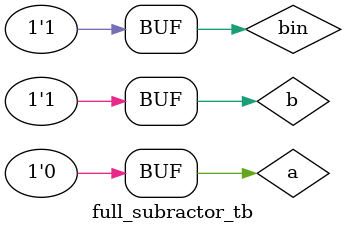
<source format=v>
module full_subractor_tb;
  reg a,b,bin;
  wire difference,borrow;
  full_subractor uut(.a(a),.b(b),.bin(bin),.difference(difference),.borrow(borrow));
 
 initial begin
    $monitor("a=%b,b=%b,cin=%b,difference=%b,borrow=%b",a,b,bin,difference,borrow);
    $dumpfile("waves.vcd");
    $dumpvars();
  end
  
initial begin
    a=0;b=0;bin=0;#10;
    a=0;b=0;bin=1;#10;
    a=0;b=1;bin=0;#10;
    a=0;b=1;bin=1;#10;
  end
endmodule

</source>
